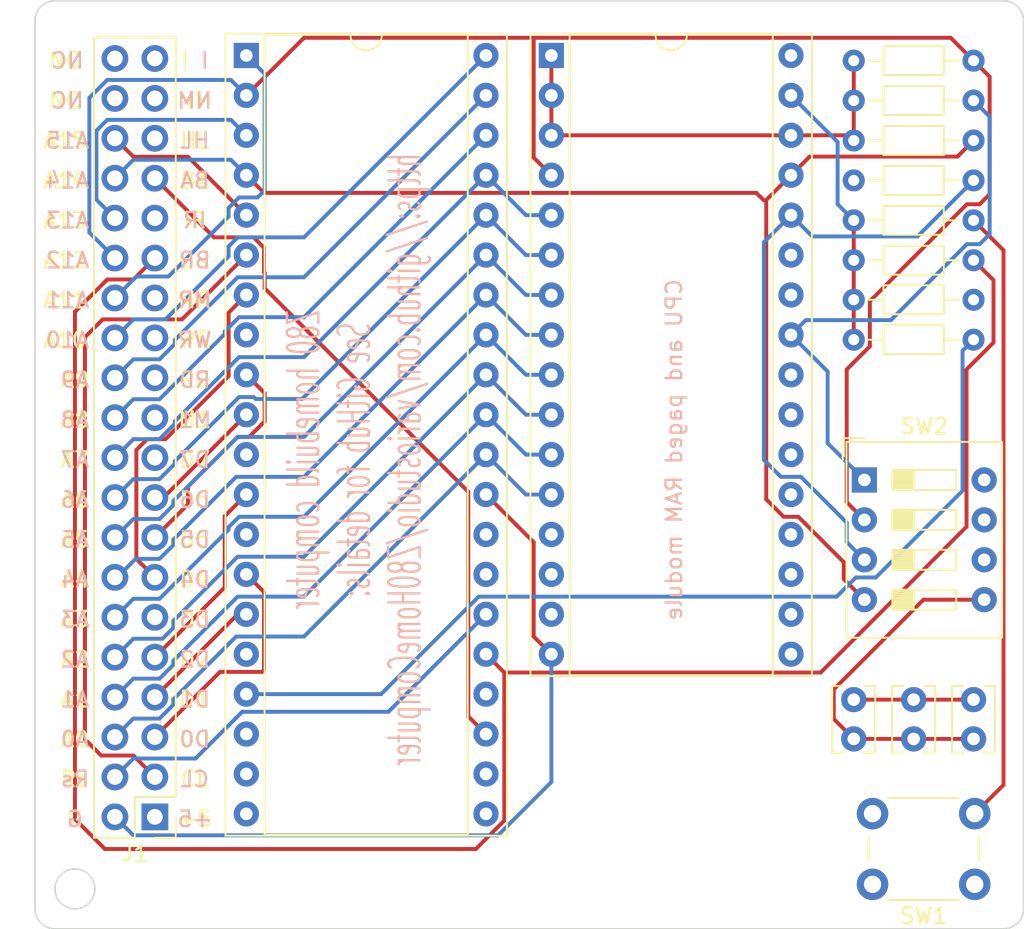
<source format=kicad_pcb>
(kicad_pcb (version 20211014) (generator pcbnew)
  (layers (0 "F.Cu" signal) (1 "In1.Cu" signal) (2 "In2.Cu" signal) (31 "B.Cu" signal) (34 "B.Paste" user) (35 "F.Paste" user) (36 "B.SilkS" user "B.Silkscreen") (37 "F.SilkS" user "F.Silkscreen") (38 "B.Mask" user) (39 "F.Mask" user) (44 "Edge.Cuts" user))
  (net 0 "")
  (net 1 "VCC")
  (net 2 "GND")
  (net 3 "CLK")
  (net 4 "Reset")
  (net 5 "/D0")
  (net 6 "/A0")
  (net 7 "/D1")
  (net 8 "/A1")
  (net 9 "/D2")
  (net 10 "/A2")
  (net 11 "/D3")
  (net 12 "/A3")
  (net 13 "/D4")
  (net 14 "/A4")
  (net 15 "/D5")
  (net 16 "/A5")
  (net 17 "/D6")
  (net 18 "/A6")
  (net 19 "/D7")
  (net 20 "/A7")
  (net 21 "/A8")
  (net 22 "/A9")
  (net 23 "/A10")
  (net 24 "/A11")
  (net 25 "/A12")
  (net 26 "/A13")
  (net 27 "/A14")
  (net 28 "HLT")
  (net 29 "/A15")
  (net 32 "INT")
  (net 33 "NMI")
  (net 35 "M1")
  (net 36 "RD")
  (net 37 "WR")
  (net 38 "MREQ")
  (net 39 "BRQ")
  (net 40 "IORQ")
  (net 41 "BAC")
  (footprint "Resistor_THT:R_Axial_DIN0204_L3.6mm_D1.6mm_P7.62mm_Horizontal" (layer "F.Cu") (at 106.68 53.95)
    (fp_text reference "R3" hide)
    (fp_text value "R" hide)
    (pad "1" thru_hole circle (at 0 0) (size 1.4 1.4) (drill 0.7) (layers *.Cu *.Mask) (net 1 "VCC"))
    (pad "2" thru_hole oval (at 7.62 0) (size 1.4 1.4) (drill 0.7) (layers *.Cu *.Mask) (net 33 "NMI"))
  )
  (footprint "Button_Switch_THT:SW_DIP_SPSTx04_Slide_9.78x12.34mm_W7.62mm_P2.54mm" (layer "F.Cu") (at 107.3575 62.875)
    (fp_text reference "SW2" (at 3.81 -3.42) (layer "F.SilkS"))
    (fp_text value "SW_DIP_x04")
    (pad "1" thru_hole rect (at 0 0) (size 1.6 1.6) (drill 0.8) (layers *.Cu *.Mask) (net 24 "/A11"))
    (pad "2" thru_hole oval (at 0 2.54) (size 1.6 1.6) (drill 0.8) (layers *.Cu *.Mask) (net 25 "/A12"))
    (pad "3" thru_hole oval (at 0 5.08) (size 1.6 1.6) (drill 0.8) (layers *.Cu *.Mask) (net 26 "/A13"))
    (pad "4" thru_hole oval (at 0 7.62) (size 1.6 1.6) (drill 0.8) (layers *.Cu *.Mask) (net 27 "/A14"))
    (pad "5" thru_hole oval (at 7.62 7.62) (size 1.6 1.6) (drill 0.8) (layers *.Cu *.Mask) (net 1 "VCC"))
    (pad "6" thru_hole oval (at 7.62 5.08) (size 1.6 1.6) (drill 0.8) (layers *.Cu *.Mask) (net 1 "VCC"))
    (pad "7" thru_hole oval (at 7.62 2.54) (size 1.6 1.6) (drill 0.8) (layers *.Cu *.Mask) (net 1 "VCC"))
    (pad "8" thru_hole oval (at 7.62 0) (size 1.6 1.6) (drill 0.8) (layers *.Cu *.Mask) (net 1 "VCC"))
  )
  (footprint "Capacitor_THT:C_Rect_L4.0mm_W2.5mm_P2.50mm" (layer "F.Cu") (at 110.49 79.355 90)
    (fp_text reference "C3" hide)
    (fp_text value "10uF" hide)
    (pad "1" thru_hole circle (at 0 0 90) (size 1.6 1.6) (drill 0.8) (layers *.Cu *.Mask) (net 1 "VCC"))
    (pad "2" thru_hole circle (at 2.5 0 90) (size 1.6 1.6) (drill 0.8) (layers *.Cu *.Mask) (net 2 "GND"))
  )
  (footprint "Package_DIP:DIP-40_W15.24mm_Socket" (layer "F.Cu") (at 68.05 35.865)
    (fp_text reference "U2" hide)
    (fp_text value "Z80CPU" hide)
    (pad "1" thru_hole rect (at 0 0) (size 1.6 1.6) (drill 0.8) (layers *.Cu *.Mask) (net 24 "/A11"))
    (pad "2" thru_hole oval (at 0 2.54) (size 1.6 1.6) (drill 0.8) (layers *.Cu *.Mask) (net 25 "/A12"))
    (pad "3" thru_hole oval (at 0 5.08) (size 1.6 1.6) (drill 0.8) (layers *.Cu *.Mask) (net 26 "/A13"))
    (pad "4" thru_hole oval (at 0 7.62) (size 1.6 1.6) (drill 0.8) (layers *.Cu *.Mask) (net 27 "/A14"))
    (pad "5" thru_hole oval (at 0 10.16) (size 1.6 1.6) (drill 0.8) (layers *.Cu *.Mask) (net 29 "/A15"))
    (pad "6" thru_hole oval (at 0 12.7) (size 1.6 1.6) (drill 0.8) (layers *.Cu *.Mask) (net 3 "CLK"))
    (pad "7" thru_hole oval (at 0 15.24) (size 1.6 1.6) (drill 0.8) (layers *.Cu *.Mask) (net 13 "/D4"))
    (pad "8" thru_hole oval (at 0 17.78) (size 1.6 1.6) (drill 0.8) (layers *.Cu *.Mask) (net 11 "/D3"))
    (pad "9" thru_hole oval (at 0 20.32) (size 1.6 1.6) (drill 0.8) (layers *.Cu *.Mask) (net 15 "/D5"))
    (pad "10" thru_hole oval (at 0 22.86) (size 1.6 1.6) (drill 0.8) (layers *.Cu *.Mask) (net 17 "/D6"))
    (pad "11" thru_hole oval (at 0 25.4) (size 1.6 1.6) (drill 0.8) (layers *.Cu *.Mask) (net 1 "VCC"))
    (pad "12" thru_hole oval (at 0 27.94) (size 1.6 1.6) (drill 0.8) (layers *.Cu *.Mask) (net 9 "/D2"))
    (pad "13" thru_hole oval (at 0 30.48) (size 1.6 1.6) (drill 0.8) (layers *.Cu *.Mask) (net 19 "/D7"))
    (pad "14" thru_hole oval (at 0 33.02) (size 1.6 1.6) (drill 0.8) (layers *.Cu *.Mask) (net 5 "/D0"))
    (pad "15" thru_hole oval (at 0 35.56) (size 1.6 1.6) (drill 0.8) (layers *.Cu *.Mask) (net 7 "/D1"))
    (pad "16" thru_hole oval (at 0 38.1) (size 1.6 1.6) (drill 0.8) (layers *.Cu *.Mask) (net 32 "INT"))
    (pad "17" thru_hole oval (at 0 40.64) (size 1.6 1.6) (drill 0.8) (layers *.Cu *.Mask) (net 33 "NMI"))
    (pad "18" thru_hole oval (at 0 43.18) (size 1.6 1.6) (drill 0.8) (layers *.Cu *.Mask) (net 28 "HLT"))
    (pad "19" thru_hole oval (at 0 45.72) (size 1.6 1.6) (drill 0.8) (layers *.Cu *.Mask) (net 38 "MREQ"))
    (pad "20" thru_hole oval (at 0 48.26) (size 1.6 1.6) (drill 0.8) (layers *.Cu *.Mask) (net 40 "IORQ"))
    (pad "21" thru_hole oval (at 15.24 48.26) (size 1.6 1.6) (drill 0.8) (layers *.Cu *.Mask) (net 36 "RD"))
    (pad "22" thru_hole oval (at 15.24 45.72) (size 1.6 1.6) (drill 0.8) (layers *.Cu *.Mask) (net 37 "WR"))
    (pad "23" thru_hole oval (at 15.24 43.18) (size 1.6 1.6) (drill 0.8) (layers *.Cu *.Mask) (net 41 "BAC"))
    (pad "24" thru_hole oval (at 15.24 40.64) (size 1.6 1.6) (drill 0.8) (layers *.Cu *.Mask) (net 1 "VCC"))
    (pad "25" thru_hole oval (at 15.24 38.1) (size 1.6 1.6) (drill 0.8) (layers *.Cu *.Mask) (net 39 "BRQ"))
    (pad "26" thru_hole oval (at 15.24 35.56) (size 1.6 1.6) (drill 0.8) (layers *.Cu *.Mask) (net 4 "Reset"))
    (pad "27" thru_hole oval (at 15.24 33.02) (size 1.6 1.6) (drill 0.8) (layers *.Cu *.Mask) (net 35 "M1"))
    (pad "28" thru_hole oval (at 15.24 30.48) (size 1.6 1.6) (drill 0.8) (layers *.Cu *.Mask))
    (pad "29" thru_hole oval (at 15.24 27.94) (size 1.6 1.6) (drill 0.8) (layers *.Cu *.Mask) (net 2 "GND"))
    (pad "30" thru_hole oval (at 15.24 25.4) (size 1.6 1.6) (drill 0.8) (layers *.Cu *.Mask) (net 6 "/A0"))
    (pad "31" thru_hole oval (at 15.24 22.86) (size 1.6 1.6) (drill 0.8) (layers *.Cu *.Mask) (net 8 "/A1"))
    (pad "32" thru_hole oval (at 15.24 20.32) (size 1.6 1.6) (drill 0.8) (layers *.Cu *.Mask) (net 10 "/A2"))
    (pad "33" thru_hole oval (at 15.24 17.78) (size 1.6 1.6) (drill 0.8) (layers *.Cu *.Mask) (net 12 "/A3"))
    (pad "34" thru_hole oval (at 15.24 15.24) (size 1.6 1.6) (drill 0.8) (layers *.Cu *.Mask) (net 14 "/A4"))
    (pad "35" thru_hole oval (at 15.24 12.7) (size 1.6 1.6) (drill 0.8) (layers *.Cu *.Mask) (net 16 "/A5"))
    (pad "36" thru_hole oval (at 15.24 10.16) (size 1.6 1.6) (drill 0.8) (layers *.Cu *.Mask) (net 18 "/A6"))
    (pad "37" thru_hole oval (at 15.24 7.62) (size 1.6 1.6) (drill 0.8) (layers *.Cu *.Mask) (net 20 "/A7"))
    (pad "38" thru_hole oval (at 15.24 5.08) (size 1.6 1.6) (drill 0.8) (layers *.Cu *.Mask) (net 21 "/A8"))
    (pad "39" thru_hole oval (at 15.24 2.54) (size 1.6 1.6) (drill 0.8) (layers *.Cu *.Mask) (net 22 "/A9"))
    (pad "40" thru_hole oval (at 15.24 0) (size 1.6 1.6) (drill 0.8) (layers *.Cu *.Mask) (net 23 "/A10"))
  )
  (footprint "Connector_PinHeader_2.54mm:PinHeader_2x20_P2.54mm_Vertical" (layer "F.Cu") (at 62.23 84.315 180)
    (fp_text reference "J1" (at 1.27 -2.33) (layer "F.SilkS"))
    (fp_text value "Conn_02x20_Odd_Even")
    (pad "1" thru_hole rect (at 0 0 180) (size 1.7 1.7) (drill 1) (layers *.Cu *.Mask) (net 1 "VCC"))
    (pad "2" thru_hole oval (at 2.54 0 180) (size 1.7 1.7) (drill 1) (layers *.Cu *.Mask) (net 2 "GND"))
    (pad "3" thru_hole oval (at 0 2.54 180) (size 1.7 1.7) (drill 1) (layers *.Cu *.Mask) (net 3 "CLK"))
    (pad "4" thru_hole oval (at 2.54 2.54 180) (size 1.7 1.7) (drill 1) (layers *.Cu *.Mask) (net 4 "Reset"))
    (pad "5" thru_hole oval (at 0 5.08 180) (size 1.7 1.7) (drill 1) (layers *.Cu *.Mask) (net 5 "/D0"))
    (pad "6" thru_hole oval (at 2.54 5.08 180) (size 1.7 1.7) (drill 1) (layers *.Cu *.Mask) (net 6 "/A0"))
    (pad "7" thru_hole oval (at 0 7.62 180) (size 1.7 1.7) (drill 1) (layers *.Cu *.Mask) (net 7 "/D1"))
    (pad "8" thru_hole oval (at 2.54 7.62 180) (size 1.7 1.7) (drill 1) (layers *.Cu *.Mask) (net 8 "/A1"))
    (pad "9" thru_hole oval (at 0 10.16 180) (size 1.7 1.7) (drill 1) (layers *.Cu *.Mask) (net 9 "/D2"))
    (pad "10" thru_hole oval (at 2.54 10.16 180) (size 1.7 1.7) (drill 1) (layers *.Cu *.Mask) (net 10 "/A2"))
    (pad "11" thru_hole oval (at 0 12.7 180) (size 1.7 1.7) (drill 1) (layers *.Cu *.Mask) (net 11 "/D3"))
    (pad "12" thru_hole oval (at 2.54 12.7 180) (size 1.7 1.7) (drill 1) (layers *.Cu *.Mask) (net 12 "/A3"))
    (pad "13" thru_hole oval (at 0 15.24 180) (size 1.7 1.7) (drill 1) (layers *.Cu *.Mask) (net 13 "/D4"))
    (pad "14" thru_hole oval (at 2.54 15.24 180) (size 1.7 1.7) (drill 1) (layers *.Cu *.Mask) (net 14 "/A4"))
    (pad "15" thru_hole oval (at 0 17.78 180) (size 1.7 1.7) (drill 1) (layers *.Cu *.Mask) (net 15 "/D5"))
    (pad "16" thru_hole oval (at 2.54 17.78 180) (size 1.7 1.7) (drill 1) (layers *.Cu *.Mask) (net 16 "/A5"))
    (pad "17" thru_hole oval (at 0 20.32 180) (size 1.7 1.7) (drill 1) (layers *.Cu *.Mask) (net 17 "/D6"))
    (pad "18" thru_hole oval (at 2.54 20.32 180) (size 1.7 1.7) (drill 1) (layers *.Cu *.Mask) (net 18 "/A6"))
    (pad "19" thru_hole oval (at 0 22.86 180) (size 1.7 1.7) (drill 1) (layers *.Cu *.Mask) (net 19 "/D7"))
    (pad "20" thru_hole oval (at 2.54 22.86 180) (size 1.7 1.7) (drill 1) (layers *.Cu *.Mask) (net 20 "/A7"))
    (pad "21" thru_hole oval (at 0 25.4 180) (size 1.7 1.7) (drill 1) (layers *.Cu *.Mask) (net 35 "M1"))
    (pad "22" thru_hole oval (at 2.54 25.4 180) (size 1.7 1.7) (drill 1) (layers *.Cu *.Mask) (net 21 "/A8"))
    (pad "23" thru_hole oval (at 0 27.94 180) (size 1.7 1.7) (drill 1) (layers *.Cu *.Mask) (net 36 "RD"))
    (pad "24" thru_hole oval (at 2.54 27.94 180) (size 1.7 1.7) (drill 1) (layers *.Cu *.Mask) (net 22 "/A9"))
    (pad "25" thru_hole oval (at 0 30.48 180) (size 1.7 1.7) (drill 1) (layers *.Cu *.Mask) (net 37 "WR"))
    (pad "26" thru_hole oval (at 2.54 30.48 180) (size 1.7 1.7) (drill 1) (layers *.Cu *.Mask) (net 23 "/A10"))
    (pad "27" thru_hole oval (at 0 33.02 180) (size 1.7 1.7) (drill 1) (layers *.Cu *.Mask) (net 38 "MREQ"))
    (pad "28" thru_hole oval (at 2.54 33.02 180) (size 1.7 1.7) (drill 1) (layers *.Cu *.Mask) (net 24 "/A11"))
    (pad "29" thru_hole oval (at 0 35.56 180) (size 1.7 1.7) (drill 1) (layers *.Cu *.Mask) (net 39 "BRQ"))
    (pad "30" thru_hole oval (at 2.54 35.56 180) (size 1.7 1.7) (drill 1) (layers *.Cu *.Mask) (net 25 "/A12"))
    (pad "31" thru_hole oval (at 0 38.1 180) (size 1.7 1.7) (drill 1) (layers *.Cu *.Mask) (net 40 "IORQ"))
    (pad "32" thru_hole oval (at 2.54 38.1 180) (size 1.7 1.7) (drill 1) (layers *.Cu *.Mask) (net 26 "/A13"))
    (pad "33" thru_hole oval (at 0 40.64 180) (size 1.7 1.7) (drill 1) (layers *.Cu *.Mask) (net 41 "BAC"))
    (pad "34" thru_hole oval (at 2.54 40.64 180) (size 1.7 1.7) (drill 1) (layers *.Cu *.Mask) (net 27 "/A14"))
    (pad "35" thru_hole oval (at 0 43.18 180) (size 1.7 1.7) (drill 1) (layers *.Cu *.Mask) (net 28 "HLT"))
    (pad "36" thru_hole oval (at 2.54 43.18 180) (size 1.7 1.7) (drill 1) (layers *.Cu *.Mask) (net 29 "/A15"))
    (pad "37" thru_hole oval (at 0 45.72 180) (size 1.7 1.7) (drill 1) (layers *.Cu *.Mask) (net 33 "NMI"))
    (pad "38" thru_hole oval (at 2.54 45.72 180) (size 1.7 1.7) (drill 1) (layers *.Cu *.Mask))
    (pad "39" thru_hole oval (at 0 48.26 180) (size 1.7 1.7) (drill 1) (layers *.Cu *.Mask) (net 32 "INT"))
    (pad "40" thru_hole oval (at 2.54 48.26 180) (size 1.7 1.7) (drill 1) (layers *.Cu *.Mask))
  )
  (footprint "Resistor_THT:R_Axial_DIN0204_L3.6mm_D1.6mm_P7.62mm_Horizontal" (layer "F.Cu") (at 106.68 48.895)
    (fp_text reference "R2" hide)
    (fp_text value "R" hide)
    (pad "1" thru_hole circle (at 0 0) (size 1.4 1.4) (drill 0.7) (layers *.Cu *.Mask) (net 1 "VCC"))
    (pad "2" thru_hole oval (at 7.62 0) (size 1.4 1.4) (drill 0.7) (layers *.Cu *.Mask) (net 39 "BRQ"))
  )
  (footprint "Package_DIP:DIP-32_W15.24mm_Socket" (layer "F.Cu") (at 87.45 35.865)
    (fp_text reference "U3" hide)
    (fp_text value "SST39SF010" hide)
    (pad "1" thru_hole rect (at 0 0) (size 1.6 1.6) (drill 0.8) (layers *.Cu *.Mask) (net 2 "GND"))
    (pad "2" thru_hole oval (at 0 2.54) (size 1.6 1.6) (drill 0.8) (layers *.Cu *.Mask) (net 2 "GND"))
    (pad "3" thru_hole oval (at 0 5.08) (size 1.6 1.6) (drill 0.8) (layers *.Cu *.Mask) (net 2 "GND"))
    (pad "4" thru_hole oval (at 0 7.62) (size 1.6 1.6) (drill 0.8) (layers *.Cu *.Mask) (net 25 "/A12"))
    (pad "5" thru_hole oval (at 0 10.16) (size 1.6 1.6) (drill 0.8) (layers *.Cu *.Mask) (net 20 "/A7"))
    (pad "6" thru_hole oval (at 0 12.7) (size 1.6 1.6) (drill 0.8) (layers *.Cu *.Mask) (net 18 "/A6"))
    (pad "7" thru_hole oval (at 0 15.24) (size 1.6 1.6) (drill 0.8) (layers *.Cu *.Mask) (net 16 "/A5"))
    (pad "8" thru_hole oval (at 0 17.78) (size 1.6 1.6) (drill 0.8) (layers *.Cu *.Mask) (net 14 "/A4"))
    (pad "9" thru_hole oval (at 0 20.32) (size 1.6 1.6) (drill 0.8) (layers *.Cu *.Mask) (net 12 "/A3"))
    (pad "10" thru_hole oval (at 0 22.86) (size 1.6 1.6) (drill 0.8) (layers *.Cu *.Mask) (net 10 "/A2"))
    (pad "11" thru_hole oval (at 0 25.4) (size 1.6 1.6) (drill 0.8) (layers *.Cu *.Mask) (net 8 "/A1"))
    (pad "12" thru_hole oval (at 0 27.94) (size 1.6 1.6) (drill 0.8) (layers *.Cu *.Mask) (net 6 "/A0"))
    (pad "13" thru_hole oval (at 0 30.48) (size 1.6 1.6) (drill 0.8) (layers *.Cu *.Mask) (net 5 "/D0"))
    (pad "14" thru_hole oval (at 0 33.02) (size 1.6 1.6) (drill 0.8) (layers *.Cu *.Mask) (net 7 "/D1"))
    (pad "15" thru_hole oval (at 0 35.56) (size 1.6 1.6) (drill 0.8) (layers *.Cu *.Mask) (net 9 "/D2"))
    (pad "16" thru_hole oval (at 0 38.1) (size 1.6 1.6) (drill 0.8) (layers *.Cu *.Mask) (net 2 "GND"))
    (pad "17" thru_hole oval (at 15.24 38.1) (size 1.6 1.6) (drill 0.8) (layers *.Cu *.Mask) (net 11 "/D3"))
    (pad "18" thru_hole oval (at 15.24 35.56) (size 1.6 1.6) (drill 0.8) (layers *.Cu *.Mask) (net 13 "/D4"))
    (pad "19" thru_hole oval (at 15.24 33.02) (size 1.6 1.6) (drill 0.8) (layers *.Cu *.Mask) (net 15 "/D5"))
    (pad "20" thru_hole oval (at 15.24 30.48) (size 1.6 1.6) (drill 0.8) (layers *.Cu *.Mask) (net 17 "/D6"))
    (pad "21" thru_hole oval (at 15.24 27.94) (size 1.6 1.6) (drill 0.8) (layers *.Cu *.Mask) (net 19 "/D7"))
    (pad "22" thru_hole oval (at 15.24 25.4) (size 1.6 1.6) (drill 0.8) (layers *.Cu *.Mask) (net 38 "MREQ"))
    (pad "23" thru_hole oval (at 15.24 22.86) (size 1.6 1.6) (drill 0.8) (layers *.Cu *.Mask) (net 23 "/A10"))
    (pad "24" thru_hole oval (at 15.24 20.32) (size 1.6 1.6) (drill 0.8) (layers *.Cu *.Mask) (net 36 "RD"))
    (pad "25" thru_hole oval (at 15.24 17.78) (size 1.6 1.6) (drill 0.8) (layers *.Cu *.Mask) (net 24 "/A11"))
    (pad "26" thru_hole oval (at 15.24 15.24) (size 1.6 1.6) (drill 0.8) (layers *.Cu *.Mask) (net 22 "/A9"))
    (pad "27" thru_hole oval (at 15.24 12.7) (size 1.6 1.6) (drill 0.8) (layers *.Cu *.Mask) (net 21 "/A8"))
    (pad "28" thru_hole oval (at 15.24 10.16) (size 1.6 1.6) (drill 0.8) (layers *.Cu *.Mask) (net 26 "/A13"))
    (pad "29" thru_hole oval (at 15.24 7.62) (size 1.6 1.6) (drill 0.8) (layers *.Cu *.Mask) (net 27 "/A14"))
    (pad "30" thru_hole oval (at 15.24 5.08) (size 1.6 1.6) (drill 0.8) (layers *.Cu *.Mask) (net 2 "GND"))
    (pad "31" thru_hole oval (at 15.24 2.54) (size 1.6 1.6) (drill 0.8) (layers *.Cu *.Mask) (net 1 "VCC"))
    (pad "32" thru_hole oval (at 15.24 0) (size 1.6 1.6) (drill 0.8) (layers *.Cu *.Mask) (net 1 "VCC"))
  )
  (footprint "Resistor_THT:R_Axial_DIN0204_L3.6mm_D1.6mm_P7.62mm_Horizontal" (layer "F.Cu") (at 106.68 51.41)
    (fp_text reference "R1" hide)
    (fp_text value "R" hide)
    (pad "1" thru_hole circle (at 0 0) (size 1.4 1.4) (drill 0.7) (layers *.Cu *.Mask) (net 1 "VCC"))
    (pad "2" thru_hole oval (at 7.62 0) (size 1.4 1.4) (drill 0.7) (layers *.Cu *.Mask) (net 32 "INT"))
  )
  (footprint "Resistor_THT:R_Axial_DIN0204_L3.6mm_D1.6mm_P7.62mm_Horizontal" (layer "F.Cu") (at 106.68 43.815)
    (fp_text reference "R15" hide)
    (fp_text value "10K" hide)
    (pad "1" thru_hole circle (at 0 0) (size 1.4 1.4) (drill 0.7) (layers *.Cu *.Mask) (net 2 "GND"))
    (pad "2" thru_hole oval (at 7.62 0) (size 1.4 1.4) (drill 0.7) (layers *.Cu *.Mask) (net 26 "/A13"))
  )
  (footprint "Capacitor_THT:C_Rect_L4.0mm_W2.5mm_P2.50mm" (layer "F.Cu") (at 114.3 79.355 90)
    (fp_text reference "C1" hide)
    (fp_text value "0.1uF" hide)
    (pad "1" thru_hole circle (at 0 0 90) (size 1.6 1.6) (drill 0.8) (layers *.Cu *.Mask) (net 1 "VCC"))
    (pad "2" thru_hole circle (at 2.5 0 90) (size 1.6 1.6) (drill 0.8) (layers *.Cu *.Mask) (net 2 "GND"))
  )
  (footprint "Resistor_THT:R_Axial_DIN0204_L3.6mm_D1.6mm_P7.62mm_Horizontal" (layer "F.Cu") (at 106.68 36.195)
    (fp_text reference "R12" hide)
    (fp_text value "10K" hide)
    (pad "1" thru_hole circle (at 0 0) (size 1.4 1.4) (drill 0.7) (layers *.Cu *.Mask) (net 2 "GND"))
    (pad "2" thru_hole oval (at 7.62 0) (size 1.4 1.4) (drill 0.7) (layers *.Cu *.Mask) (net 25 "/A12"))
  )
  (footprint "Resistor_THT:R_Axial_DIN0204_L3.6mm_D1.6mm_P7.62mm_Horizontal" (layer "F.Cu") (at 106.68 38.735)
    (fp_text reference "R14" hide)
    (fp_text value "10K" hide)
    (pad "1" thru_hole circle (at 0 0) (size 1.4 1.4) (drill 0.7) (layers *.Cu *.Mask) (net 2 "GND"))
    (pad "2" thru_hole oval (at 7.62 0) (size 1.4 1.4) (drill 0.7) (layers *.Cu *.Mask) (net 24 "/A11"))
  )
  (footprint "Resistor_THT:R_Axial_DIN0204_L3.6mm_D1.6mm_P7.62mm_Horizontal" (layer "F.Cu") (at 106.68 41.275)
    (fp_text reference "R13" hide)
    (fp_text value "10K" hide)
    (pad "1" thru_hole circle (at 0 0) (size 1.4 1.4) (drill 0.7) (layers *.Cu *.Mask) (net 2 "GND"))
    (pad "2" thru_hole oval (at 7.62 0) (size 1.4 1.4) (drill 0.7) (layers *.Cu *.Mask) (net 27 "/A14"))
  )
  (footprint "Button_Switch_THT:SW_PUSH_6mm" (layer "F.Cu") (at 114.375 88.61 180)
    (fp_text reference "SW1" (at 3.25 -2) (layer "F.SilkS"))
    (fp_text value "SW_Push")
    (pad "1" thru_hole circle (at 6.5 0 270) (size 2 2) (drill 1.1) (layers *.Cu *.Mask) (net 2 "GND"))
    (pad "1" thru_hole circle (at 0 0 270) (size 2 2) (drill 1.1) (layers *.Cu *.Mask) (net 2 "GND"))
    (pad "2" thru_hole circle (at 0 4.5 270) (size 2 2) (drill 1.1) (layers *.Cu *.Mask) (net 4 "Reset"))
    (pad "2" thru_hole circle (at 6.5 4.5 270) (size 2 2) (drill 1.1) (layers *.Cu *.Mask) (net 4 "Reset"))
  )
  (footprint "Resistor_THT:R_Axial_DIN0204_L3.6mm_D1.6mm_P7.62mm_Horizontal" (layer "F.Cu") (at 106.68 46.355)
    (fp_text reference "R9" hide)
    (fp_text value "R" hide)
    (pad "1" thru_hole circle (at 0 0) (size 1.4 1.4) (drill 0.7) (layers *.Cu *.Mask) (net 1 "VCC"))
    (pad "2" thru_hole oval (at 7.62 0) (size 1.4 1.4) (drill 0.7) (layers *.Cu *.Mask) (net 4 "Reset"))
  )
  (footprint "Capacitor_THT:C_Rect_L4.0mm_W2.5mm_P2.50mm" (layer "F.Cu") (at 106.68 79.355 90)
    (fp_text reference "C2" hide)
    (fp_text value "1uF" hide)
    (pad "1" thru_hole circle (at 0 0 90) (size 1.6 1.6) (drill 0.8) (layers *.Cu *.Mask) (net 1 "VCC"))
    (pad "2" thru_hole circle (at 2.5 0 90) (size 1.6 1.6) (drill 0.8) (layers *.Cu *.Mask) (net 2 "GND"))
  )
  (gr_line (start 54.61 33.655) (end 54.61 90.17) (layer "Edge.Cuts") (width 0.1))
  (gr_line (start 57.15 91.44) (end 116.205 91.44) (layer "Edge.Cuts") (width 0.1))
  (gr_circle (center 57.15 88.9) (end 57.15 90.17) (layer "Edge.Cuts") (width 0.1) (fill none))
  (gr_line (start 55.88 91.44) (end 57.15 91.44) (layer "Edge.Cuts") (width 0.1))
  (gr_arc locked (start 117.475 90.17) (mid 117.103026 91.068026) (end 116.205 91.44) (layer "Edge.Cuts") (width 0.1))
  (gr_arc (start 54.61 33.655) (mid 54.981974 32.756974) (end 55.88 32.385) (layer "Edge.Cuts") (width 0.1))
  (gr_arc locked (start 116.205 32.385) (mid 117.103026 32.756974) (end 117.475 33.655) (layer "Edge.Cuts") (width 0.1))
  (gr_line locked (start 117.475 90.17) (end 117.475 33.655) (layer "Edge.Cuts") (width 0.1))
  (gr_line (start 55.88 32.385) (end 57.15 32.385) (layer "Edge.Cuts") (width 0.1))
  (gr_line (start 57.15 32.385) (end 116.205 32.385) (layer "Edge.Cuts") (width 0.1))
  (gr_arc (start 55.88 91.44) (mid 54.981974 91.068026) (end 54.61 90.17) (layer "Edge.Cuts") (width 0.1))
  (gr_text "CPU and paged RAM module" (at 95.25 60.96 90) (layer "B.SilkS") (effects (font (size 1 1)) (justify mirror)))
  (gr_text "+5" (at 64.77 84.455) (layer "B.SilkS") (effects (font (size 1 1)) (justify mirror)))
  (gr_text "MR" (at 64.77 51.435) (layer "B.SilkS") (effects (font (size 1 1)) (justify mirror)))
  (gr_text "NC" (at 56.67381 36.195) (layer "B.SilkS") (effects (font (size 1 1)) (justify mirror)))
  (gr_text "A9" (at 57.15 56.515) (layer "B.SilkS") (effects (font (size 1 1)) (justify mirror)))
  (gr_text "BR" (at 64.77 48.895) (layer "B.SilkS") (effects (font (size 1 1)) (justify mirror)))
  (gr_text "A0" (at 57.15 79.375) (layer "B.SilkS") (effects (font (size 1 1)) (justify mirror)))
  (gr_text "NM" (at 64.77 38.735) (layer "B.SilkS") (effects (font (size 1 1)) (justify mirror)))
  (gr_text "M1" (at 64.77 59.055) (layer "B.SilkS") (effects (font (size 1 1)) (justify mirror)))
  (gr_text "HL" (at 64.77 41.275) (layer "B.SilkS") (effects (font (size 1 1)) (justify mirror)))
  (gr_text "A11" (at 56.67381 51.435) (layer "B.SilkS") (effects (font (size 1 1)) (justify mirror)))
  (gr_text "A14" (at 56.67381 43.815) (layer "B.SilkS") (effects (font (size 1 1)) (justify mirror)))
  (gr_text "A6" (at 57.15 64.135) (layer "B.SilkS") (effects (font (size 1 1)) (justify mirror)))
  (gr_text "A7" (at 57.15 61.595) (layer "B.SilkS") (effects (font (size 1 1)) (justify mirror)))
  (gr_text "A15" (at 56.67381 41.275) (layer "B.SilkS") (effects (font (size 1 1)) (justify mirror)))
  (gr_text "A1" (at 57.15 76.835) (layer "B.SilkS") (effects (font (size 1 1)) (justify mirror)))
  (gr_text "Rs" (at 57.15 81.915) (layer "B.SilkS") (effects (font (size 1 1)) (justify mirror)))
  (gr_text "G" (at 57.15 84.455) (layer "B.SilkS") (effects (font (size 1 1)) (justify mirror)))
  (gr_text "A5" (at 57.15 66.675) (layer "B.SilkS") (effects (font (size 1 1)) (justify mirror)))
  (gr_text "A12" (at 56.67381 48.895) (layer "B.SilkS") (effects (font (size 1 1)) (justify mirror)))
  (gr_text "D3" (at 64.77 71.755) (layer "B.SilkS") (effects (font (size 1 1)) (justify mirror)))
  (gr_text "RD" (at 64.77 56.515) (layer "B.SilkS") (effects (font (size 1 1)) (justify mirror)))
  (gr_text "A3" (at 57.167822 71.75374) (layer "B.SilkS") (effects (font (size 1 1)) (justify mirror)))
  (gr_text "A4" (at 57.15 69.215) (layer "B.SilkS") (effects (font (size 1 1)) (justify mirror)))
  (gr_text "I" (at 65.405 36.195) (layer "B.SilkS") (effects (font (size 1 1)) (justify mirror)))
  (gr_text "D5" (at 64.77 66.675) (layer "B.SilkS") (effects (font (size 1 1)) (justify mirror)))
  (gr_text "WR" (at 64.77 53.975) (layer "B.SilkS") (effects (font (size 1 1)) (justify mirror)))
  (gr_text "Z80 homebuild computer\nSee GitHub for details:\nhttps://github.com/variostudio/Z80HomeComputer" (at 74.93 61.595 90) (layer "B.SilkS") (effects (font (size 2 1)) (justify mirror)))
  (gr_text "A10" (at 56.67381 53.975) (layer "B.SilkS") (effects (font (size 1 1)) (justify mirror)))
  (gr_text "D4" (at 64.77 69.215) (layer "B.SilkS") (effects (font (size 1 1)) (justify mirror)))
  (gr_text "D1" (at 64.77 76.835) (layer "B.SilkS") (effects (font (size 1 1)) (justify mirror)))
  (gr_text "NC" (at 56.67381 38.735) (layer "B.SilkS") (effects (font (size 1 1)) (justify mirror)))
  (gr_text "BA" (at 64.77 43.815) (layer "B.SilkS") (effects (font (size 1 1)) (justify mirror)))
  (gr_text "D0" (at 64.77 79.375) (layer "B.SilkS") (effects (font (size 1 1)) (justify mirror)))
  (gr_text "D2" (at 64.77 74.295) (layer "B.SilkS") (effects (font (size 1 1)) (justify mirror)))
  (gr_text "IR" (at 64.77 46.355) (layer "B.SilkS") (effects (font (size 1 1)) (justify mirror)))
  (gr_text "D7" (at 64.77 61.595) (layer "B.SilkS") (effects (font (size 1 1)) (justify mirror)))
  (gr_text "A2" (at 57.15 74.295) (layer "B.SilkS") (effects (font (size 1 1)) (justify mirror)))
  (gr_text "A13" (at 56.67381 46.355) (layer "B.SilkS") (effects (font (size 1 1)) (justify mirror)))
  (gr_text "A8" (at 57.15 59.055) (layer "B.SilkS") (effects (font (size 1 1)) (justify mirror)))
  (gr_text "CL" (at 64.77 81.915) (layer "B.SilkS") (effects (font (size 1 1)) (justify mirror)))
  (gr_text "D6" (at 64.77 64.135) (layer "B.SilkS") (effects (font (size 1 1)) (justify mirror)))
  (gr_text "D2" (at 64.77 74.295) (layer "F.SilkS") (effects (font (size 1 1))))
  (gr_text "A10" (at 56.515 53.975) (layer "F.SilkS") (effects (font (size 1 1))))
  (gr_text "D6" (at 64.77 64.135) (layer "F.SilkS") (effects (font (size 1 1))))
  (gr_text "Rs" (at 57.15 81.915) (layer "F.SilkS") (effects (font (size 1 1))))
  (gr_text "I" (at 64.135 36.195) (layer "F.SilkS") (effects (font (size 1 1))))
  (gr_text "A6" (at 57.15 64.135) (layer "F.SilkS") (effects (font (size 1 1))))
  (gr_text "D7" (at 64.77 61.595) (layer "F.SilkS") (effects (font (size 1 1))))
  (gr_text "A14" (at 56.515 43.815) (layer "F.SilkS") (effects (font (size 1 1))))
  (gr_text "CL" (at 64.77 81.915) (layer "F.SilkS") (effects (font (size 1 1))))
  (gr_text "A12" (at 56.515 48.895) (layer "F.SilkS") (effects (font (size 1 1))))
  (gr_text "A7" (at 57.15 61.595) (layer "F.SilkS") (effects (font (size 1 1))))
  (gr_text "A5" (at 57.15 66.675) (layer "F.SilkS") (effects (font (size 1 1))))
  (gr_text "D4" (at 64.77 69.215) (layer "F.SilkS") (effects (font (size 1 1))))
  (gr_text "HL" (at 64.77 41.275) (layer "F.SilkS") (effects (font (size 1 1))))
  (gr_text "A0" (at 57.15 79.375) (layer "F.SilkS") (effects (font (size 1 1))))
  (gr_text "BA" (at 64.77 43.815) (layer "F.SilkS") (effects (font (size 1 1))))
  (gr_text "NM" (at 64.77 38.735) (layer "F.SilkS") (effects (font (size 1 1))))
  (gr_text "BR" (at 64.77 48.895) (layer "F.SilkS") (effects (font (size 1 1))))
  (gr_text "A15" (at 56.515 41.275) (layer "F.SilkS") (effects (font (size 1 1))))
  (gr_text "A2" (at 57.15 74.295) (layer "F.SilkS") (effects (font (size 1 1))))
  (gr_text "D0" (at 64.77 79.375) (layer "F.SilkS") (effects (font (size 1 1))))
  (gr_text "A1" (at 57.15 76.835) (layer "F.SilkS") (effects (font (size 1 1))))
  (gr_text "D1" (at 64.77 76.835) (layer "F.SilkS") (effects (font (size 1 1))))
  (gr_text "M1" (at 64.77 59.055) (layer "F.SilkS") (effects (font (size 1 1))))
  (gr_text "A3" (at 57.132178 71.75374) (layer "F.SilkS") (effects (font (size 1 1))))
  (gr_text "NC" (at 56.515 38.735) (layer "F.SilkS") (effects (font (size 1 1))))
  (gr_text "D3" (at 64.77 71.755) (layer "F.SilkS") (effects (font (size 1 1))))
  (gr_text "D5" (at 64.77 66.675) (layer "F.SilkS") (effects (font (size 1 1))))
  (gr_text "A9" (at 57.15 56.515) (layer "F.SilkS") (effects (font (size 1 1))))
  (gr_text "A11" (at 56.515 51.435) (layer "F.SilkS") (effects (font (size 1 1))))
  (gr_text "NC" (at 56.515 36.195) (layer "F.SilkS") (effects (font (size 1 1))))
  (gr_text "+5" (at 64.77 84.455) (layer "F.SilkS") (effects (font (size 1 1))))
  (gr_text "WR" (at 64.77 53.975) (layer "F.SilkS") (effects (font (size 1 1))))
  (gr_text "A8" (at 57.15 59.055) (layer "F.SilkS") (effects (font (size 1 1))))
  (gr_text "RD" (at 64.77 56.515) (layer "F.SilkS") (effects (font (size 1 1))))
  (gr_text "A13" (at 56.515 46.355) (layer "F.SilkS") (effects (font (size 1 1))))
  (gr_text "MR" (at 64.77 51.435) (layer "F.SilkS") (effects (font (size 1 1))))
  (gr_text "A4" (at 57.15 69.215) (layer "F.SilkS") (effects (font (size 1 1))))
  (gr_text "G" (at 57.15 84.455) (layer "F.SilkS") (effects (font (size 1 1))))
  (gr_text "IR" (at 64.77 46.355) (layer "F.SilkS") (effects (font (size 1 1))))
  (segment (start 111.115 70.495) (end 114.9775 70.495) (width 0.25) (layer "F.Cu") (net 1))
  (segment (start 106.68 79.355) (end 105.41 78.085) (width 0.25) (layer "F.Cu") (net 1))
  (segment (start 105.41 78.085) (end 105.41 76.2) (width 0.25) (layer "F.Cu") (net 1))
  (segment (start 106.68 53.95) (end 106.68 46.355) (width 0.25) (layer "F.Cu") (net 1))
  (segment (start 106.68 79.355) (end 114.3 79.355) (width 0.25) (layer "F.Cu") (net 1))
  (segment (start 105.41 76.2) (end 111.115 70.495) (width 0.25) (layer "F.Cu") (net 1))
  (segment (start 105.655 45.33) (end 106.68 46.355) (width 0.25) (layer "B.Cu") (net 1))
  (segment (start 105.655 41.37) (end 105.655 45.33) (width 0.25) (layer "B.Cu") (net 1))
  (segment (start 102.69 38.405) (end 105.655 41.37) (width 0.25) (layer "B.Cu") (net 1))
  (segment (start 86.325 66.84) (end 86.325 72.84) (width 0.25) (layer "F.Cu") (net 2))
  (segment (start 86.325 72.84) (end 87.45 73.965) (width 0.25) (layer "F.Cu") (net 2))
  (segment (start 106.68 41.275) (end 106.68 36.195) (width 0.25) (layer "F.Cu") (net 2))
  (segment (start 87.45 35.865) (end 87.45 40.945) (width 0.25) (layer "F.Cu") (net 2))
  (segment (start 102.69 40.945) (end 87.45 40.945) (width 0.25) (layer "F.Cu") (net 2))
  (segment (start 106.35 40.945) (end 106.68 41.275) (width 0.25) (layer "F.Cu") (net 2))
  (segment (start 102.69 40.945) (end 106.35 40.945) (width 0.25) (layer "F.Cu") (net 2))
  (segment (start 106.68 76.855) (end 114.3 76.855) (width 0.25) (layer "F.Cu") (net 2))
  (segment (start 83.29 63.805) (end 86.325 66.84) (width 0.25) (layer "F.Cu") (net 2))
  (segment (start 59.69 84.315) (end 60.865 85.49) (width 0.25) (layer "B.Cu") (net 2))
  (segment (start 60.865 85.49) (end 84.055 85.49) (width 0.25) (layer "B.Cu") (net 2))
  (segment (start 87.45 82.095) (end 87.45 73.965) (width 0.25) (layer "B.Cu") (net 2))
  (segment (start 84.055 85.49) (end 87.45 82.095) (width 0.25) (layer "B.Cu") (net 2))
  (segment (start 60.865 80.41) (end 58.82 80.41) (width 0.25) (layer "F.Cu") (net 3))
  (segment (start 57.785 79.375) (end 57.785 53.79) (width 0.25) (layer "F.Cu") (net 3))
  (segment (start 58.915 52.66) (end 63.955 52.66) (width 0.25) (layer "F.Cu") (net 3))
  (segment (start 62.23 81.775) (end 60.865 80.41) (width 0.25) (layer "F.Cu") (net 3))
  (segment (start 58.82 80.41) (end 57.785 79.375) (width 0.25) (layer "F.Cu") (net 3))
  (segment (start 63.955 52.66) (end 68.05 48.565) (width 0.25) (layer "F.Cu") (net 3))
  (segment (start 57.785 53.79) (end 58.915 52.66) (width 0.25) (layer "F.Cu") (net 3))
  (segment (start 114.375 84.11) (end 116.205 82.28) (width 0.25) (layer "F.Cu") (net 4))
  (segment (start 116.205 48.26) (end 114.3 46.355) (width 0.25) (layer "F.Cu") (net 4))
  (segment (start 116.205 82.28) (end 116.205 48.26) (width 0.25) (layer "F.Cu") (net 4))
  (segment (start 77.085 77.63) (end 83.29 71.425) (width 0.25) (layer "B.Cu") (net 4))
  (segment (start 59.69 81.775) (end 60.865 80.6) (width 0.25) (layer "B.Cu") (net 4))
  (segment (start 64.815 80.6) (end 67.785 77.63) (width 0.25) (layer "B.Cu") (net 4))
  (segment (start 60.865 80.6) (end 64.815 80.6) (width 0.25) (layer "B.Cu") (net 4))
  (segment (start 67.785 77.63) (end 77.085 77.63) (width 0.25) (layer "B.Cu") (net 4))
  (segment (start 69.175 70.01) (end 68.05 68.885) (width 0.25) (layer "F.Cu") (net 5))
  (segment (start 62.23 79.235) (end 66.375 75.09) (width 0.25) (layer "F.Cu") (net 5))
  (segment (start 69.055 75.09) (end 69.175 74.97) (width 0.25) (layer "F.Cu") (net 5))
  (segment (start 66.375 75.09) (end 69.055 75.09) (width 0.25) (layer "F.Cu") (net 5))
  (segment (start 69.175 74.97) (end 69.175 70.01) (width 0.25) (layer "F.Cu") (net 5))
  (segment (start 85.83 63.805) (end 83.29 61.265) (width 0.25) (layer "B.Cu") (net 6))
  (segment (start 63.405 77.181701) (end 62.526701 78.06) (width 0.25) (layer "B.Cu") (net 6))
  (segment (start 63.405 76.835) (end 63.405 77.181701) (width 0.25) (layer "B.Cu") (net 6))
  (segment (start 71.715 72.84) (end 67.4 72.84) (width 0.25) (layer "B.Cu") (net 6))
  (segment (start 83.29 61.265) (end 71.715 72.84) (width 0.25) (layer "B.Cu") (net 6))
  (segment (start 60.865 78.06) (end 59.69 79.235) (width 0.25) (layer "B.Cu") (net 6))
  (segment (start 87.45 63.805) (end 85.83 63.805) (width 0.25) (layer "B.Cu") (net 6))
  (segment (start 67.4 72.84) (end 63.405 76.835) (width 0.25) (layer "B.Cu") (net 6))
  (segment (start 62.526701 78.06) (end 60.865 78.06) (width 0.25) (layer "B.Cu") (net 6))
  (segment (start 67.5 71.425) (end 68.05 71.425) (width 0.25) (layer "F.Cu") (net 7))
  (segment (start 62.23 76.695) (end 67.5 71.425) (width 0.25) (layer "F.Cu") (net 7))
  (segment (start 62.526701 75.52) (end 60.865 75.52) (width 0.25) (layer "B.Cu") (net 8))
  (segment (start 60.865 75.52) (end 59.69 76.695) (width 0.25) (layer "B.Cu") (net 8))
  (segment (start 85.83 61.265) (end 83.29 58.725) (width 0.25) (layer "B.Cu") (net 8))
  (segment (start 83.29 58.725) (end 71.715 70.3) (width 0.25) (layer "B.Cu") (net 8))
  (segment (start 67.495 70.3) (end 63.405 74.39) (width 0.25) (layer "B.Cu") (net 8))
  (segment (start 63.405 74.39) (end 63.405 74.641701) (width 0.25) (layer "B.Cu") (net 8))
  (segment (start 71.715 70.3) (end 67.495 70.3) (width 0.25) (layer "B.Cu") (net 8))
  (segment (start 87.45 61.265) (end 85.83 61.265) (width 0.25) (layer "B.Cu") (net 8))
  (segment (start 63.405 74.641701) (end 62.526701 75.52) (width 0.25) (layer "B.Cu") (net 8))
  (segment (start 66.675 65.18) (end 68.05 63.805) (width 0.25) (layer "F.Cu") (net 9))
  (segment (start 62.23 74.155) (end 66.675 69.71) (width 0.25) (layer "F.Cu") (net 9))
  (segment (start 66.675 69.71) (end 66.675 65.18) (width 0.25) (layer "F.Cu") (net 9))
  (segment (start 87.45 58.725) (end 85.83 58.725) (width 0.25) (layer "B.Cu") (net 10))
  (segment (start 62.716701 72.98) (end 60.865 72.98) (width 0.25) (layer "B.Cu") (net 10))
  (segment (start 85.83 58.725) (end 83.29 56.185) (width 0.25) (layer "B.Cu") (net 10))
  (segment (start 83.29 56.185) (end 71.715 67.76) (width 0.25) (layer "B.Cu") (net 10))
  (segment (start 67.495 67.76) (end 63.405 71.85) (width 0.25) (layer "B.Cu") (net 10))
  (segment (start 63.405 72.291701) (end 62.716701 72.98) (width 0.25) (layer "B.Cu") (net 10))
  (segment (start 71.715 67.76) (end 67.495 67.76) (width 0.25) (layer "B.Cu") (net 10))
  (segment (start 63.405 71.85) (end 63.405 72.291701) (width 0.25) (layer "B.Cu") (net 10))
  (segment (start 60.865 72.98) (end 59.69 74.155) (width 0.25) (layer "B.Cu") (net 10))
  (segment (start 87.45 56.185) (end 85.83 56.185) (width 0.25) (layer "B.Cu") (net 12))
  (segment (start 71.715 65.22) (end 67.584009 65.22) (width 0.25) (layer "B.Cu") (net 12))
  (segment (start 85.83 56.185) (end 83.29 53.645) (width 0.25) (layer "B.Cu") (net 12))
  (segment (start 83.29 53.645) (end 71.715 65.22) (width 0.25) (layer "B.Cu") (net 12))
  (segment (start 66.925 65.879009) (end 66.925 66.041701) (width 0.25) (layer "B.Cu") (net 12))
  (segment (start 60.865 70.44) (end 59.69 71.615) (width 0.25) (layer "B.Cu") (net 12))
  (segment (start 66.925 66.041701) (end 62.526701 70.44) (width 0.25) (layer "B.Cu") (net 12))
  (segment (start 67.584009 65.22) (end 66.925 65.879009) (width 0.25) (layer "B.Cu") (net 12))
  (segment (start 62.526701 70.44) (end 60.865 70.44) (width 0.25) (layer "B.Cu") (net 12))
  (segment (start 62.23 69.075) (end 61.055 67.9) (width 0.25) (layer "F.Cu") (net 13))
  (segment (start 61.055 60.968299) (end 61.743299 60.28) (width 0.25) (layer "F.Cu") (net 13))
  (segment (start 66.925 52.23) (end 68.05 51.105) (width 0.25) (layer "F.Cu") (net 13))
  (segment (start 61.743299 60.28) (end 62.91 60.28) (width 0.25) (layer "F.Cu") (net 13))
  (segment (start 66.925 56.265) (end 66.925 52.23) (width 0.25) (layer "F.Cu") (net 13))
  (segment (start 61.055 67.9) (end 61.055 60.968299) (width 0.25) (layer "F.Cu") (net 13))
  (segment (start 62.91 60.28) (end 66.925 56.265) (width 0.25) (layer "F.Cu") (net 13))
  (segment (start 83.29 51.105) (end 71.715 62.68) (width 0.25) (layer "B.Cu") (net 14))
  (segment (start 61.005 67.9) (end 60.325 68.58) (width 0.25) (layer "B.Cu") (net 14))
  (segment (start 63.405 66.675) (end 63.405 67.021701) (width 0.25) (layer "B.Cu") (net 14))
  (segment (start 63.405 67.021701) (end 62.526701 67.9) (width 0.25) (layer "B.Cu") (net 14))
  (segment (start 67.4 62.68) (end 63.405 66.675) (width 0.25) (layer "B.Cu") (net 14))
  (segment (start 87.45 53.645) (end 85.83 53.645) (width 0.25) (layer "B.Cu") (net 14))
  (segment (start 71.715 62.68) (end 67.4 62.68) (width 0.25) (layer "B.Cu") (net 14))
  (segment (start 85.83 53.645) (end 83.29 51.105) (width 0.25) (layer "B.Cu") (net 14))
  (segment (start 62.526701 67.9) (end 61.005 67.9) (width 0.25) (layer "B.Cu") (net 14))
  (segment (start 69.215 59.150991) (end 68.225991 60.14) (width 0.25) (layer "F.Cu") (net 15))
  (segment (start 69.215 57.35) (end 69.215 59.150991) (width 0.25) (layer "F.Cu") (net 15))
  (segment (start 68.225991 60.14) (end 67.495 60.14) (width 0.25) (layer "F.Cu") (net 15))
  (segment (start 67.495 60.14) (end 64.340698 63.294302) (width 0.25) (layer "F.Cu") (net 15))
  (segment (start 68.05 56.185) (end 69.215 57.35) (width 0.25) (layer "F.Cu") (net 15))
  (segment (start 64.340698 63.294302) (end 64.340698 64.424302) (width 0.25) (layer "F.Cu") (net 15))
  (segment (start 64.340698 64.424302) (end 62.23 66.535) (width 0.25) (layer "F.Cu") (net 15))
  (segment (start 85.83 51.105) (end 83.29 48.565) (width 0.25) (layer "B.Cu") (net 16))
  (segment (start 62.526701 65.36) (end 60.865 65.36) (width 0.25) (layer "B.Cu") (net 16))
  (segment (start 71.715 60.14) (end 67.489009 60.14) (width 0.25) (layer "B.Cu") (net 16))
  (segment (start 87.45 51.105) (end 85.83 51.105) (width 0.25) (layer "B.Cu") (net 16))
  (segment (start 83.29 48.565) (end 71.715 60.14) (width 0.25) (layer "B.Cu") (net 16))
  (segment (start 63.405 64.481701) (end 62.526701 65.36) (width 0.25) (layer "B.Cu") (net 16))
  (segment (start 60.865 65.36) (end 59.69 66.535) (width 0.25) (layer "B.Cu") (net 16))
  (segment (start 63.405 64.224009) (end 63.405 64.481701) (width 0.25) (layer "B.Cu") (net 16))
  (segment (start 67.489009 60.14) (end 63.405 64.224009) (width 0.25) (layer "B.Cu") (net 16))
  (segment (start 68.05 58.725) (end 62.78 63.995) (width 0.25) (layer "F.Cu") (net 17))
  (segment (start 62.78 63.995) (end 62.23 63.995) (width 0.25) (layer "F.Cu") (net 17))
  (segment (start 68.515991 57.6) (end 67.584009 57.6) (width 0.25) (layer "B.Cu") (net 18))
  (segment (start 63.5 61.846701) (end 62.526701 62.82) (width 0.25) (layer "B.Cu") (net 18))
  (segment (start 68.640495 57.724505) (end 68.515991 57.6) (width 0.25) (layer "B.Cu") (net 18))
  (segment (start 85.83 48.565) (end 83.29 46.025) (width 0.25) (layer "B.Cu") (net 18))
  (segment (start 83.29 46.025) (end 71.590495 57.724505) (width 0.25) (layer "B.Cu") (net 18))
  (segment (start 87.45 48.565) (end 85.83 48.565) (width 0.25) (layer "B.Cu") (net 18))
  (segment (start 60.865 62.82) (end 59.69 63.995) (width 0.25) (layer "B.Cu") (net 18))
  (segment (start 71.590495 57.724505) (end 68.640495 57.724505) (width 0.25) (layer "B.Cu") (net 18))
  (segment (start 67.584009 57.6) (end 63.5 61.684009) (width 0.25) (layer "B.Cu") (net 18))
  (segment (start 62.526701 62.82) (end 60.865 62.82) (width 0.25) (layer "B.Cu") (net 18))
  (segment (start 63.5 61.684009) (end 63.5 61.846701) (width 0.25) (layer "B.Cu") (net 18))
  (segment (start 63.5 59.144009) (end 63.5 59.306701) (width 0.25) (layer "B.Cu") (net 20))
  (segment (start 83.29 43.485) (end 71.715 55.06) (width 0.25) (layer "B.Cu") (net 20))
  (segment (start 87.45 46.025) (end 85.83 46.025) (width 0.25) (layer "B.Cu") (net 20))
  (segment (start 67.584009 55.06) (end 63.5 59.144009) (width 0.25) (layer "B.Cu") (net 20))
  (segment (start 63.5 59.306701) (end 62.526701 60.28) (width 0.25) (layer "B.Cu") (net 20))
  (segment (start 60.865 60.28) (end 59.69 61.455) (width 0.25) (layer "B.Cu") (net 20))
  (segment (start 71.715 55.06) (end 67.584009 55.06) (width 0.25) (layer "B.Cu") (net 20))
  (segment (start 62.526701 60.28) (end 60.865 60.28) (width 0.25) (layer "B.Cu") (net 20))
  (segment (start 85.83 46.025) (end 83.29 43.485) (width 0.25) (layer "B.Cu") (net 20))
  (segment (start 59.69 58.915) (end 60.865 57.74) (width 0.25) (layer "B.Cu") (net 21))
  (segment (start 71.715 52.52) (end 83.29 40.945) (width 0.25) (layer "B.Cu") (net 21))
  (segment (start 60.865 57.74) (end 62.526701 57.74) (width 0.25) (layer "B.Cu") (net 21))
  (segment (start 67.584009 52.52) (end 71.715 52.52) (width 0.25) (layer "B.Cu") (net 21))
  (segment (start 66.675 53.591701) (end 66.675 53.429009) (width 0.25) (layer "B.Cu") (net 21))
  (segment (start 66.675 53.429009) (end 67.584009 52.52) (width 0.25) (layer "B.Cu") (net 21))
  (segment (start 62.526701 57.74) (end 66.675 53.591701) (width 0.25) (layer "B.Cu") (net 21))
  (segment (start 71.715 49.98) (end 67.495 49.98) (width 0.25) (layer "B.Cu") (net 22))
  (segment (start 60.865 55.2) (end 59.69 56.375) (width 0.25) (layer "B.Cu") (net 22))
  (segment (start 83.29 38.405) (end 71.715 49.98) (width 0.25) (layer "B.Cu") (net 22))
  (segment (start 67.495 49.98) (end 63.5 53.975) (width 0.25) (layer "B.Cu") (net 22))
  (segment (start 63.5 53.975) (end 63.5 54.226701) (width 0.25) (layer "B.Cu") (net 22))
  (segment (start 62.526701 55.2) (end 60.865 55.2) (width 0.25) (layer "B.Cu") (net 22))
  (segment (start 63.5 54.226701) (end 62.526701 55.2) (width 0.25) (layer "B.Cu") (net 22))
  (segment (start 67.495 47.44) (end 71.715 47.44) (width 0.25) (layer "B.Cu") (net 23))
  (segment (start 60.865 52.66) (end 62.91 52.66) (width 0.25) (layer "B.Cu") (net 23))
  (segment (start 66.925 48.645) (end 66.925 48.01) (width 0.25) (layer "B.Cu") (net 23))
  (segment (start 71.715 47.44) (end 83.29 35.865) (width 0.25) (layer "B.Cu") (net 23))
  (segment (start 66.925 48.01) (end 67.495 47.44) (width 0.25) (layer "B.Cu") (net 23))
  (segment (start 59.69 53.835) (end 60.865 52.66) (width 0.25) (layer "B.Cu") (net 23))
  (segment (start 62.91 52.66) (end 66.925 48.645) (width 0.25) (layer "B.Cu") (net 23))
  (segment (start 59.69 51.295) (end 61.055 49.93) (width 0.25) (layer "B.Cu") (net 24))
  (segment (start 63.1 49.93) (end 66.925 46.105) (width 0.25) (layer "B.Cu") (net 24))
  (segment (start 67.584009 44.9) (end 68.765 44.9) (width 0.25) (layer "B.Cu") (net 24))
  (segment (start 115.325 39.76) (end 114.3 38.735) (width 0.25) (layer "B.Cu") (net 24))
  (segment (start 102.69 53.645) (end 103.63 52.705) (width 0.25) (layer "B.Cu") (net 24))
  (segment (start 68.765 44.9) (end 69.215 44.45) (width 0.25) (layer "B.Cu") (net 24))
  (segment (start 103.63 52.705) (end 109.040431 52.705) (width 0.25) (layer "B.Cu") (net 24))
  (segment (start 105.02 60.5375) (end 105.02 55.975) (width 0.25) (layer "B.Cu") (net 24))
  (segment (start 66.925 45.559009) (end 67.584009 44.9) (width 0.25) (layer "B.Cu") (net 24))
  (segment (start 69.215 44.45) (end 69.215 37.03) (width 0.25) (layer "B.Cu") (net 24))
  (segment (start 107.3575 62.875) (end 105.02 60.5375) (width 0.25) (layer "B.Cu") (net 24))
  (segment (start 115.325 47.235) (end 115.325 39.76) (width 0.25) (layer "B.Cu") (net 24))
  (segment (start 109.040431 52.705) (end 113.875431 47.87) (width 0.25) (layer "B.Cu") (net 24))
  (segment (start 69.215 37.03) (end 68.05 35.865) (width 0.25) (layer "B.Cu") (net 24))
  (segment (start 113.875431 47.87) (end 114.69 47.87) (width 0.25) (layer "B.Cu") (net 24))
  (segment (start 105.02 55.975) (end 102.69 53.645) (width 0.25) (layer "B.Cu") (net 24))
  (segment (start 61.055 49.93) (end 63.1 49.93) (width 0.25) (layer "B.Cu") (net 24))
  (segment (start 66.925 46.105) (end 66.925 45.559009) (width 0.25) (layer "B.Cu") (net 24))
  (segment (start 114.69 47.87) (end 115.325 47.235) (width 0.25) (layer "B.Cu") (net 24))
  (segment (start 114.3 36.195) (end 115.325 37.22) (width 0.25) (layer "F.Cu") (net 25))
  (segment (start 112.845 34.74) (end 114.3 36.195) (width 0.25) (layer "F.Cu") (net 25))
  (segment (start 107.705 54.374569) (end 106.2325 55.847069) (width 0.25) (layer "F.Cu") (net 25))
  (segment (start 113.875431 45.33) (end 107.705 51.500431) (width 0.25) (layer "F.Cu") (net 25))
  (segment (start 106.2325 64.29) (end 107.3575 65.415) (width 0.25) (layer "F.Cu") (net 25))
  (segment (start 71.715 34.74) (end 112.845 34.74) (width 0.25) (layer "F.Cu") (net 25))
  (segment (start 114.69 45.33) (end 113.875431 45.33) (width 0.25) (layer "F.Cu") (net 25))
  (segment (start 115.325 44.695) (end 114.69 45.33) (width 0.25) (layer "F.Cu") (net 25))
  (segment (start 107.705 51.500431) (end 107.705 54.374569) (width 0.25) (layer "F.Cu") (net 25))
  (segment (start 68.05 38.405) (end 71.715 34.74) (width 0.25) (layer "F.Cu") (net 25))
  (segment (start 115.325 37.22) (end 115.325 44.695) (width 0.25) (layer "F.Cu") (net 25))
  (segment (start 86.325 42.36) (end 86.325 34.925) (width 0.25) (layer "F.Cu") (net 25))
  (segment (start 87.45 43.485) (end 86.325 42.36) (width 0.25) (layer "F.Cu") (net 25))
  (segment (start 106.2325 55.847069) (end 106.2325 64.29) (width 0.25) (layer "F.Cu") (net 25))
  (segment (start 67.065 37.42) (end 68.05 38.405) (width 0.25) (layer "B.Cu") (net 25))
  (segment (start 59.203299 37.42) (end 67.065 37.42) (width 0.25) (layer "B.Cu") (net 25))
  (segment (start 58.065 38.558299) (end 59.203299 37.42) (width 0.25) (layer "B.Cu") (net 25))
  (segment (start 58.065 47.13) (end 58.065 38.558299) (width 0.25) (layer "B.Cu") (net 25))
  (segment (start 59.69 48.755) (end 58.065 47.13) (width 0.25) (layer "B.Cu") (net 25))
  (segment (start 100.965 47.75) (end 102.69 46.025) (width 0.25) (layer "B.Cu") (net 26))
  (segment (start 107.3575 67.955) (end 106.2325 66.83) (width 0.25) (layer "B.Cu") (net 26))
  (segment (start 102.69 46.025) (end 104.045 47.38) (width 0.25) (layer "B.Cu") (net 26))
  (segment (start 58.515 45.04) (end 58.515 40.648299) (width 0.25) (layer "B.Cu") (net 26))
  (segment (start 106.2325 65.5925) (end 103.32 62.68) (width 0.25) (layer "B.Cu") (net 26))
  (segment (start 67.065 39.96) (end 68.05 40.945) (width 0.25) (layer "B.Cu") (net 26))
  (segment (start 59.203299 39.96) (end 67.065 39.96) (width 0.25) (layer "B.Cu") (net 26))
  (segment (start 104.045 47.38) (end 110.735 47.38) (width 0.25) (layer "B.Cu") (net 26))
  (segment (start 110.735 47.38) (end 114.3 43.815) (width 0.25) (layer "B.Cu") (net 26))
  (segment (start 103.32 62.68) (end 102.05 62.68) (width 0.25) (layer "B.Cu") (net 26))
  (segment (start 102.05 62.68) (end 100.965 61.595) (width 0.25) (layer "B.Cu") (net 26))
  (segment (start 106.2325 66.83) (end 106.2325 65.5925) (width 0.25) (layer "B.Cu") (net 26))
  (segment (start 59.69 46.215) (end 58.515 45.04) (width 0.25) (layer "B.Cu") (net 26))
  (segment (start 100.965 61.595) (end 100.965 47.75) (width 0.25) (layer "B.Cu") (net 26))
  (segment (start 58.515 40.648299) (end 59.203299 39.96) (width 0.25) (layer "B.Cu") (net 26))
  (segment (start 101.115 64.110991) (end 102.224009 65.22) (width 0.25) (layer "F.Cu") (net 27))
  (segment (start 68.05 43.485) (end 69.175 44.61) (width 0.25) (layer "F.Cu") (net 27))
  (segment (start 102.69 43.485) (end 103.875 42.3) (width 0.25) (layer "F.Cu") (net 27))
  (segment (start 102.224009 65.22) (end 103.155991 65.22) (width 0.25) (layer "F.Cu") (net 27))
  (segment (start 106.045 68.109009) (end 106.045 69.1825) (width 0.25) (layer "F.Cu") (net 27))
  (segment (start 103.155991 65.22) (end 106.045 68.109009) (width 0.25) (layer "F.Cu") (net 27))
  (segment (start 101.115 45.06) (end 101.115 64.110991) (width 0.25) (layer "F.Cu") (net 27))
  (segment (start 103.875 42.3) (end 113.275 42.3) (width 0.25) (layer "F.Cu") (net 27))
  (segment (start 113.275 42.3) (end 114.3 41.275) (width 0.25) (layer "F.Cu") (net 27))
  (segment (start 69.175 44.61) (end 100.49 44.61) (width 0.25) (layer "F.Cu") (net 27))
  (segment (start 100.49 44.61) (end 100.965 45.085) (width 0.25) (layer "F.Cu") (net 27))
  (segment (start 102.69 43.485) (end 101.115 45.06) (width 0.25) (layer "F.Cu") (net 27))
  (segment (start 106.045 69.1825) (end 107.3575 70.495) (width 0.25) (layer "F.Cu") (net 27))
  (segment (start 67.065 42.5) (end 68.05 43.485) (width 0.25) (layer "B.Cu") (net 27))
  (segment (start 59.69 43.675) (end 60.865 42.5) (width 0.25) (layer "B.Cu") (net 27))
  (segment (start 60.865 42.5) (end 67.065 42.5) (width 0.25) (layer "B.Cu") (net 27))
  (segment (start 60.865 42.31) (end 64.335 42.31) (width 0.25) (layer "F.Cu") (net 29))
  (segment (start 64.335 42.31) (end 68.05 46.025) (width 0.25) (layer "F.Cu") (net 29))
  (segment (start 59.69 41.135) (end 60.865 42.31) (width 0.25) (layer "F.Cu") (net 29))
  (segment (start 105.595 70.3) (end 106.815 69.08) (width 0.25) (layer "B.Cu") (net 33))
  (segment (start 108.085 69.08) (end 113.6 63.565) (width 0.25) (layer "B.Cu") (net 33))
  (segment (start 106.815 69.08) (end 108.085 69.08) (width 0.25) (layer "B.Cu") (net 33))
  (segment (start 68.05 76.505) (end 76.619009 76.505) (width 0.25) (layer "B.Cu") (net 33))
  (segment (start 113.6 54.65) (end 114.3 53.95) (width 0.25) (layer "B.Cu") (net 33))
  (segment (start 113.6 63.565) (end 113.6 54.65) (width 0.25) (layer "B.Cu") (net 33))
  (segment (start 82.824009 70.3) (end 105.595 70.3) (width 0.25) (layer "B.Cu") (net 33))
  (segment (start 76.619009 76.505) (end 82.824009 70.3) (width 0.25) (layer "B.Cu") (net 33))
  (segment (start 84.455 75.13) (end 83.29 73.965) (width 0.25) (layer "F.Cu") (net 39))
  (segment (start 60.865 50.12) (end 59.203299 50.12) (width 0.25) (layer "F.Cu") (net 39))
  (segment (start 59.203299 50.12) (end 57.15 52.173299) (width 0.25) (layer "F.Cu") (net 39))
  (segment (start 104.575 75.13) (end 113.8525 65.8525) (width 0.25) (layer "F.Cu") (net 39))
  (segment (start 113.8525 55.847069) (end 115.57 54.129569) (width 0.25) (layer "F.Cu") (net 39))
  (segment (start 82.645991 86.36) (end 84.455 84.550991) (width 0.25) (layer "F.Cu") (net 39))
  (segment (start 57.15 84.455) (end 59.055 86.36) (width 0.25) (layer "F.Cu") (net 39))
  (segment (start 113.8525 65.8525) (end 113.8525 55.847069) (width 0.25) (layer "F.Cu") (net 39))
  (segment (start 59.055 86.36) (end 82.645991 86.36) (width 0.25) (layer "F.Cu") (net 39))
  (segment (start 84.455 75.13) (end 104.575 75.13) (width 0.25) (layer "F.Cu") (net 39))
  (segment (start 62.23 48.755) (end 60.865 50.12) (width 0.25) (layer "F.Cu") (net 39))
  (segment (start 115.57 54.129569) (end 115.57 50.165) (width 0.25) (layer "F.Cu") (net 39))
  (segment (start 57.15 52.173299) (end 57.15 84.455) (width 0.25) (layer "F.Cu") (net 39))
  (segment (start 115.57 50.165) (end 114.3 48.895) (width 0.25) (layer "F.Cu") (net 39))
  (segment (start 84.455 84.550991) (end 84.455 75.13) (width 0.25) (layer "F.Cu") (net 39))
  (segment (start 69.175 49.65) (end 69.175 48.099009) (width 0.25) (layer "F.Cu") (net 41))
  (segment (start 69.215 49.69) (end 69.175 49.65) (width 0.25) (layer "F.Cu") (net 41))
  (segment (start 69.175 48.099009) (end 68.515991 47.44) (width 0.25) (layer "F.Cu") (net 41))
  (segment (start 68.515991 47.44) (end 65.995 47.44) (width 0.25) (layer "F.Cu") (net 41))
  (segment (start 82.165 77.92) (end 82.165 63.629009) (width 0.25) (layer "F.Cu") (net 41))
  (segment (start 69.215 50.679009) (end 69.215 49.69) (width 0.25) (layer "F.Cu") (net 41))
  (segment (start 82.165 63.629009) (end 69.215 50.679009) (width 0.25) (layer "F.Cu") (net 41))
  (segment (start 83.29 79.045) (end 82.165 77.92) (width 0.25) (layer "F.Cu") (net 41))
  (segment (start 65.995 47.44) (end 62.23 43.675) (width 0.25) (layer "F.Cu") (net 41))
)
</source>
